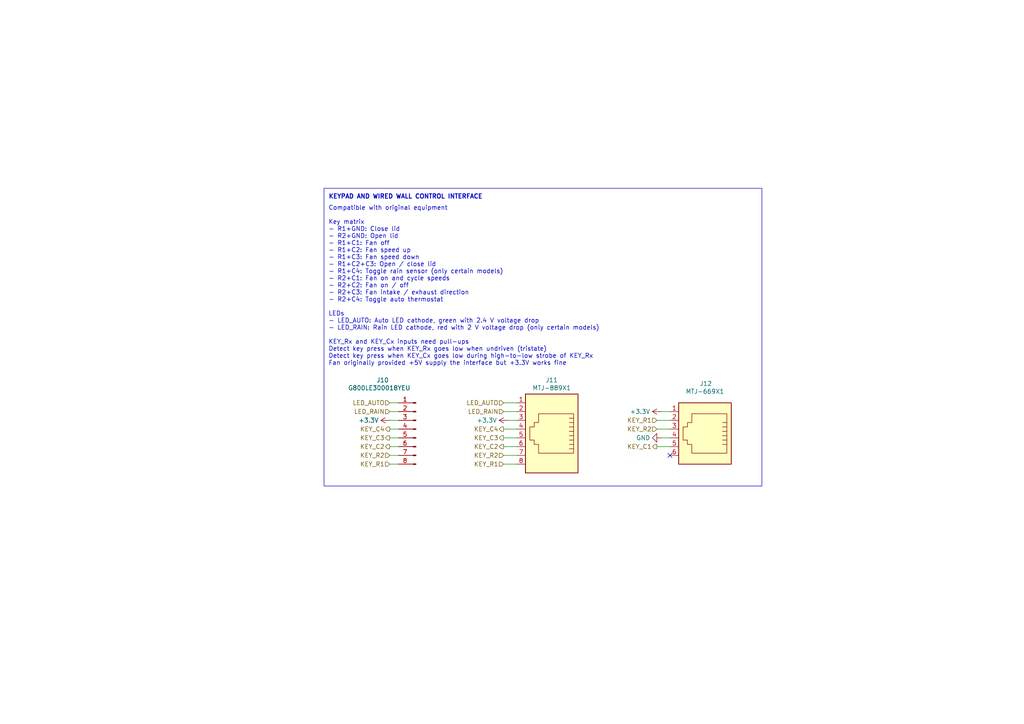
<source format=kicad_sch>
(kicad_sch (version 20231120) (generator "eeschema") (generator_version "8.0")
  (paper "A4")
  (title_block (title "Minuet Keypad Interface"))
  (lib_symbols
    (symbol "Connector:6P6C" (pin_names (offset 1.016))
      (property "Reference" "J" (at -5.08 11.43 0))
      (property "Value" "6P6C" (at 2.54 11.43 0))
      (symbol "6P6C_0_1"
        (polyline (pts (xy -6.35 -1.905) (xy -5.08 -1.905) (xy -5.08 -1.905)))
        (polyline (pts (xy -6.35 -0.635) (xy -5.08 -0.635) (xy -5.08 -0.635)))
        (polyline (pts (xy -6.35 0.635) (xy -5.08 0.635) (xy -5.08 0.635)))
        (polyline (pts (xy -6.35 1.905) (xy -5.08 1.905) (xy -5.08 1.905)))
        (polyline (pts (xy -6.35 3.175) (xy -5.08 3.175) (xy -5.08 3.175)))
        (polyline (pts (xy -5.08 4.445) (xy -6.35 4.445) (xy -6.35 4.445)))
        (polyline (pts (xy -6.35 -4.445) (xy -6.35 6.985) (xy 3.81 6.985) (xy 3.81 4.445) (xy 5.08 4.445) (xy 5.08 3.175) (xy 6.35 3.175) (xy 6.35 -0.635) (xy 5.08 -0.635) (xy 5.08 -1.905) (xy 3.81 -1.905) (xy 3.81 -4.445) (xy -6.35 -4.445) (xy -6.35 -4.445)))
        (rectangle (start 7.62 10.16) (end -7.62 -7.62) (stroke (width 0.254)) (fill (type background)))
      )
      (symbol "6P6C_1_1"
        (pin passive line (at 10.16 -5.08 180) (length 2.54) (name "~") (number "1"))
        (pin passive line (at 10.16 -2.54 180) (length 2.54) (name "~") (number "2"))
        (pin passive line (at 10.16 0 180) (length 2.54) (name "~") (number "3"))
        (pin passive line (at 10.16 2.54 180) (length 2.54) (name "~") (number "4"))
        (pin passive line (at 10.16 5.08 180) (length 2.54) (name "~") (number "5"))
        (pin passive line (at 10.16 7.62 180) (length 2.54) (name "~") (number "6"))
      )
    )
    (symbol "Connector:8P8C" (pin_names (offset 1.016))
      (property "Reference" "J" (at -5.08 13.97 0))
      (property "Value" "8P8C" (at 2.54 13.97 0))
      (symbol "8P8C_0_1"
        (polyline (pts (xy -5.08 4.445) (xy -6.35 4.445)))
        (polyline (pts (xy -5.08 5.715) (xy -6.35 5.715)))
        (polyline (pts (xy -6.35 -3.175) (xy -5.08 -3.175) (xy -5.08 -3.175)))
        (polyline (pts (xy -6.35 -1.905) (xy -5.08 -1.905) (xy -5.08 -1.905)))
        (polyline (pts (xy -6.35 -0.635) (xy -5.08 -0.635) (xy -5.08 -0.635)))
        (polyline (pts (xy -6.35 0.635) (xy -5.08 0.635) (xy -5.08 0.635)))
        (polyline (pts (xy -6.35 1.905) (xy -5.08 1.905) (xy -5.08 1.905)))
        (polyline (pts (xy -5.08 3.175) (xy -6.35 3.175) (xy -6.35 3.175)))
        (polyline (pts (xy -6.35 -4.445) (xy -6.35 6.985) (xy 3.81 6.985) (xy 3.81 4.445) (xy 5.08 4.445) (xy 5.08 3.175) (xy 6.35 3.175) (xy 6.35 -0.635) (xy 5.08 -0.635) (xy 5.08 -1.905) (xy 3.81 -1.905) (xy 3.81 -4.445) (xy -6.35 -4.445) (xy -6.35 -4.445)))
        (rectangle (start 7.62 12.7) (end -7.62 -10.16) (stroke (width 0.254)) (fill (type background)))
      )
      (symbol "8P8C_1_1"
        (pin passive line (at 10.16 -7.62 180) (length 2.54) (name "~") (number "1"))
        (pin passive line (at 10.16 -5.08 180) (length 2.54) (name "~") (number "2"))
        (pin passive line (at 10.16 -2.54 180) (length 2.54) (name "~") (number "3"))
        (pin passive line (at 10.16 0 180) (length 2.54) (name "~") (number "4"))
        (pin passive line (at 10.16 2.54 180) (length 2.54) (name "~") (number "5"))
        (pin passive line (at 10.16 5.08 180) (length 2.54) (name "~") (number "6"))
        (pin passive line (at 10.16 7.62 180) (length 2.54) (name "~") (number "7"))
        (pin passive line (at 10.16 10.16 180) (length 2.54) (name "~") (number "8"))
      )
    )
    (symbol "Connector:Conn_01x08_Pin" (pin_names (offset 1.016) hide)
      (property "Reference" "J" (at 0 10.16 0))
      (property "Value" "Conn_01x08_Pin" (at 0 -12.7 0))
      (symbol "Conn_01x08_Pin_1_1"
        (polyline (pts (xy 1.27 -10.16) (xy 0.8636 -10.16)) (stroke (width 0.1524)))
        (polyline (pts (xy 1.27 -7.62) (xy 0.8636 -7.62)) (stroke (width 0.1524)))
        (polyline (pts (xy 1.27 -5.08) (xy 0.8636 -5.08)) (stroke (width 0.1524)))
        (polyline (pts (xy 1.27 -2.54) (xy 0.8636 -2.54)) (stroke (width 0.1524)))
        (polyline (pts (xy 1.27 0) (xy 0.8636 0)) (stroke (width 0.1524)))
        (polyline (pts (xy 1.27 2.54) (xy 0.8636 2.54)) (stroke (width 0.1524)))
        (polyline (pts (xy 1.27 5.08) (xy 0.8636 5.08)) (stroke (width 0.1524)))
        (polyline (pts (xy 1.27 7.62) (xy 0.8636 7.62)) (stroke (width 0.1524)))
        (rectangle (start 0.8636 -10.033) (end 0 -10.287) (stroke (width 0.1524)) (fill (type outline)))
        (rectangle (start 0.8636 -7.493) (end 0 -7.747) (stroke (width 0.1524)) (fill (type outline)))
        (rectangle (start 0.8636 -4.953) (end 0 -5.207) (stroke (width 0.1524)) (fill (type outline)))
        (rectangle (start 0.8636 -2.413) (end 0 -2.667) (stroke (width 0.1524)) (fill (type outline)))
        (rectangle (start 0.8636 0.127) (end 0 -0.127) (stroke (width 0.1524)) (fill (type outline)))
        (rectangle (start 0.8636 2.667) (end 0 2.413) (stroke (width 0.1524)) (fill (type outline)))
        (rectangle (start 0.8636 5.207) (end 0 4.953) (stroke (width 0.1524)) (fill (type outline)))
        (rectangle (start 0.8636 7.747) (end 0 7.493) (stroke (width 0.1524)) (fill (type outline)))
        (pin passive line (at 5.08 7.62 180) (length 3.81) (name "Pin_1") (number "1"))
        (pin passive line (at 5.08 5.08 180) (length 3.81) (name "Pin_2") (number "2"))
        (pin passive line (at 5.08 2.54 180) (length 3.81) (name "Pin_3") (number "3"))
        (pin passive line (at 5.08 0 180) (length 3.81) (name "Pin_4") (number "4"))
        (pin passive line (at 5.08 -2.54 180) (length 3.81) (name "Pin_5") (number "5"))
        (pin passive line (at 5.08 -5.08 180) (length 3.81) (name "Pin_6") (number "6"))
        (pin passive line (at 5.08 -7.62 180) (length 3.81) (name "Pin_7") (number "7"))
        (pin passive line (at 5.08 -10.16 180) (length 3.81) (name "Pin_8") (number "8"))
      )
    )
    (symbol "power:+3.3V" (power) (pin_numbers hide) (pin_names (offset 0) hide)
      (property "Value" "+3.3V" (at 0 3.556 0))
      (symbol "+3.3V_0_1"
        (polyline (pts (xy -0.762 1.27) (xy 0 2.54)))
        (polyline (pts (xy 0 0) (xy 0 2.54)))
        (polyline (pts (xy 0 2.54) (xy 0.762 1.27)))
      )
      (symbol "+3.3V_1_1"
        (pin power_in line (at 0 0 90) (length 0) (name "~") (number "1"))
      )
    )
    (symbol "power:GND" (power) (pin_numbers hide) (pin_names (offset 0) hide)
      (property "Value" "GND" (at 0 -3.81 0))
      (symbol "GND_0_1"
        (polyline (pts (xy 0 0) (xy 0 -1.27) (xy 1.27 -1.27) (xy 0 -2.54) (xy -1.27 -1.27) (xy 0 -1.27)))
      )
      (symbol "GND_1_1"
        (pin power_in line (at 0 0 270) (length 0) (name "~") (number "1"))
      )
    )
  )
  (no_connect (at 194.31 132.08))
  (wire (pts (xy 113.03 116.84) (xy 115.57 116.84)))
  (wire (pts (xy 113.03 121.92) (xy 115.57 121.92)))
  (wire (pts (xy 113.03 132.08) (xy 115.57 132.08)))
  (wire (pts (xy 113.03 119.38) (xy 115.57 119.38)))
  (wire (pts (xy 149.86 119.38) (xy 146.05 119.38)))
  (wire (pts (xy 194.31 127) (xy 191.77 127)))
  (wire (pts (xy 149.86 121.92) (xy 147.32 121.92)))
  (wire (pts (xy 113.03 124.46) (xy 115.57 124.46)))
  (wire (pts (xy 149.86 116.84) (xy 146.05 116.84)))
  (wire (pts (xy 113.03 129.54) (xy 115.57 129.54)))
  (wire (pts (xy 194.31 121.92) (xy 190.5 121.92)))
  (wire (pts (xy 113.03 127) (xy 115.57 127)))
  (wire (pts (xy 194.31 119.38) (xy 191.77 119.38)))
  (wire (pts (xy 149.86 124.46) (xy 146.05 124.46)))
  (wire (pts (xy 149.86 127) (xy 146.05 127)))
  (wire (pts (xy 194.31 124.46) (xy 190.5 124.46)))
  (wire (pts (xy 149.86 129.54) (xy 146.05 129.54)))
  (wire (pts (xy 194.31 129.54) (xy 190.5 129.54)))
  (wire (pts (xy 113.03 134.62) (xy 115.57 134.62)))
  (wire (pts (xy 149.86 134.62) (xy 146.05 134.62)))
  (wire (pts (xy 149.86 132.08) (xy 146.05 132.08)))
  (rectangle (start 93.98 54.61) (end 220.98 140.97))
  (text "Compatible with original equipment\n\nKey matrix\n- R1+GND: Close lid\n- R2+GND: Open lid\n- R1+C1: Fan off\n- R1+C2: Fan speed up\n- R1+C3: Fan speed down\n- R1+C2+C3: Open / close lid\n- R1+C4: Toggle rain sensor (only certain models)\n- R2+C1: Fan on and cycle speeds\n- R2+C2: Fan on / off\n- R2+C3: Fan intake / exhaust direction\n- R2+C4: Toggle auto thermostat\n\nLEDs\n- LED_AUTO: Auto LED cathode, green with 2.4 V voltage drop\n- LED_RAIN: Rain LED cathode, red with 2 V voltage drop (only certain models)\n\nKEY_Rx and KEY_Cx inputs need pull-ups\nDetect key press when KEY_Rx goes low when undriven (tristate)\nDetect key press when KEY_Cx goes low during high-to-low strobe of KEY_Rx\nFan originally provided +5V supply the interface but +3.3V works fine" (at 95.25 59.69 0) (effects (font (size 1.27 1.27)) (justify left top)))
  (text "KEYPAD AND WIRED WALL CONTROL INTERFACE" (at 95.25 57.15 0) (effects (font (size 1.27 1.27) (thickness 0.254) (bold yes)) (justify left)))
  (hierarchical_label "KEY_C3" (shape output) (at 146.05 127 180))
  (hierarchical_label "KEY_R1" (shape input) (at 113.03 134.62 180))
  (hierarchical_label "KEY_R2" (shape input) (at 113.03 132.08 180))
  (hierarchical_label "LED_RAIN" (shape input) (at 146.05 119.38 180))
  (hierarchical_label "KEY_C2" (shape output) (at 113.03 129.54 180))
  (hierarchical_label "KEY_C4" (shape output) (at 146.05 124.46 180))
  (hierarchical_label "KEY_C2" (shape output) (at 146.05 129.54 180))
  (hierarchical_label "KEY_R2" (shape input) (at 146.05 132.08 180))
  (hierarchical_label "KEY_R1" (shape input) (at 146.05 134.62 180))
  (hierarchical_label "LED_RAIN" (shape input) (at 113.03 119.38 180))
  (hierarchical_label "KEY_R2" (shape input) (at 190.5 124.46 180))
  (hierarchical_label "KEY_C1" (shape output) (at 190.5 129.54 180))
  (hierarchical_label "KEY_C3" (shape output) (at 113.03 127 180))
  (hierarchical_label "KEY_C4" (shape output) (at 113.03 124.46 180))
  (hierarchical_label "LED_AUTO" (shape input) (at 113.03 116.84 180))
  (hierarchical_label "KEY_R1" (shape input) (at 190.5 121.92 180))
  (hierarchical_label "LED_AUTO" (shape input) (at 146.05 116.84 180))
  (symbol (lib_id "power:+3.3V") (at 113.03 121.92 90) (unit 1)
    (property "Reference" "#PWR069" (effects (hide yes)))
    (property "Value" "+3.3V" (at 109.855 121.92 90) (effects (justify left)))
    (property "Description" "Power symbol creates a global label with name \"+3.3V\"" (effects (hide yes)))
  )
  (symbol (lib_id "Connector:6P6C") (at 204.47 124.46 180) (unit 1)
    (property "Reference" "J12" (at 204.724 111.252 0))
    (property "Value" "MTJ-669X1" (at 204.47 113.538 0))
    (property "Footprint" "MTJ-669X1:CONN_MTJ-669X1_ADM" (effects (hide yes)))
    (property "Datasheet" "https://app.adam-tech.com/products/download/data_sheet/203813/mtj-669x1-data-sheet.pdf" (effects (hide yes)))
    (property "Description" "RJ connector, 6P6C (6 positions 6 connected), RJ12/RJ18/RJ25" (effects (hide yes)))
    (property "LCSC" "C5785037" (effects (hide yes)))
  )
  (symbol (lib_id "Connector:8P8C") (at 160.02 124.46 180) (unit 1)
    (property "Reference" "J11" (at 160.02 110.236 0))
    (property "Value" "MTJ-889X1" (at 160.02 112.522 0))
    (property "Footprint" "MTJ-889X1:CONN_MTJ-889X1_ADM" (effects (hide yes)))
    (property "Datasheet" "https://app.adam-tech.com/products/download/data_sheet/203814/mtj-889x1-data-sheet.pdf" (effects (hide yes)))
    (property "Description" "RJ connector, 8P8C (8 positions 8 connected), RJ31/RJ32/RJ33/RJ34/RJ35/RJ41/RJ45/RJ49/RJ61" (effects (hide yes)))
    (property "LCSC" "C6105889" (effects (hide yes)))
  )
  (symbol (lib_id "power:+3.3V") (at 147.32 121.92 90) (unit 1)
    (property "Reference" "#PWR070" (effects (hide yes)))
    (property "Value" "+3.3V" (at 144.145 121.92 90) (effects (justify left)))
    (property "Description" "Power symbol creates a global label with name \"+3.3V\"" (effects (hide yes)))
  )
  (symbol (lib_id "power:GND") (at 191.77 127 270) (mirror x) (unit 1)
    (property "Reference" "#PWR071" (effects (hide yes)))
    (property "Value" "GND" (at 188.595 127 90) (effects (justify right)))
    (property "Description" "Power symbol creates a global label with name \"GND\" , ground" (effects (hide yes)))
  )
  (symbol (lib_id "power:+3.3V") (at 191.77 119.38 90) (mirror x) (unit 1)
    (property "Reference" "#PWR068" (effects (hide yes)))
    (property "Value" "+3.3V" (at 188.595 119.38 90) (effects (justify left)))
    (property "Description" "Power symbol creates a global label with name \"+3.3V\"" (effects (hide yes)))
  )
  (symbol (lib_id "Connector:Conn_01x08_Pin") (at 120.65 124.46 0) (mirror y) (unit 1)
    (property "Reference" "J10" (at 110.998 110.236 0))
    (property "Value" "G800LE300018YEU" (at 109.982 112.522 0))
    (property "Footprint" "Connector_PinHeader_2.54mm:PinHeader_1x08_P2.54mm_Vertical" (effects (hide yes)))
    (property "Datasheet" "https://cdn.amphenol-cs.com/media/wysiwyg/files/drawing/g800lexxxxxxyeu.pdf" (effects (hide yes)))
    (property "Description" "Generic connector, single row, 01x08, script generated" (effects (hide yes)))
    (property "Alternative" "0022284081" (effects (hide yes)))
    (property "LCSC" "C3345591" (effects (hide yes)))
    (property "LCSC_Alternative" "C3339252" (effects (hide yes)))
  )
)
</source>
